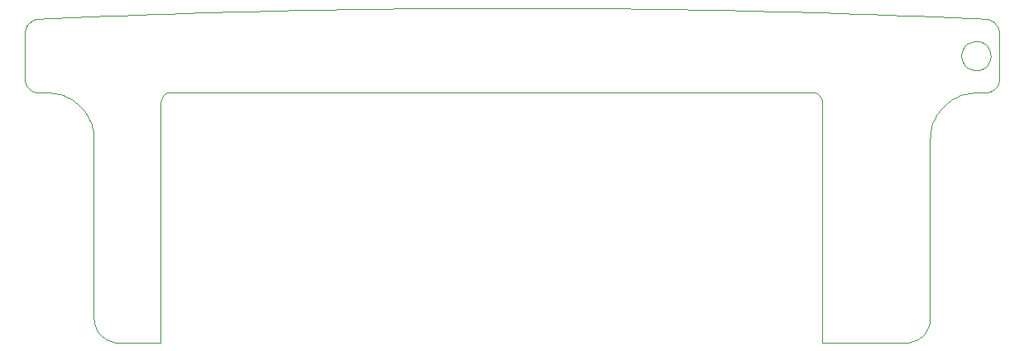
<source format=gm1>
G04*
G04 #@! TF.GenerationSoftware,Altium Limited,Altium Designer,21.6.4 (81)*
G04*
G04 Layer_Color=16711935*
%FSLAX25Y25*%
%MOIN*%
G70*
G04*
G04 #@! TF.SameCoordinates,FEAF3D2B-D975-464B-86DB-8C6995E3C2F8*
G04*
G04*
G04 #@! TF.FilePolarity,Positive*
G04*
G01*
G75*
%ADD50C,0.00050*%
D50*
X399608Y115757D02*
X399523Y116755D01*
X399270Y117724D01*
X398858Y118637D01*
X398297Y119467D01*
X397604Y120190D01*
X396798Y120785D01*
X395904Y121236D01*
X394946Y121530D01*
X393953Y121657D01*
X392952Y121614D01*
X391973Y121403D01*
X391043Y121030D01*
X390191Y120505D01*
X389439Y119843D01*
X388809Y119064D01*
X388321Y118189D01*
X387987Y117245D01*
X387818Y116258D01*
Y115256D01*
X387987Y114269D01*
X388321Y113324D01*
X388809Y112450D01*
X389439Y111670D01*
X390191Y111009D01*
X391043Y110484D01*
X391973Y110110D01*
X392952Y109899D01*
X393953Y109856D01*
X394946Y109984D01*
X395904Y110277D01*
X396798Y110728D01*
X397604Y111324D01*
X398297Y112047D01*
X398858Y112877D01*
X399270Y113789D01*
X399523Y114759D01*
X399608Y115757D01*
X393702Y100796D02*
X392700Y100769D01*
X391702Y100688D01*
X390709Y100552D01*
X389724Y100364D01*
X388752Y100122D01*
X387794Y99827D01*
X386853Y99482D01*
X385933Y99086D01*
X385035Y98641D01*
X384162Y98147D01*
X383318Y97608D01*
X382504Y97023D01*
X381723Y96395D01*
X380977Y95726D01*
X380268Y95017D01*
X379599Y94271D01*
X378971Y93490D01*
X378387Y92676D01*
X377847Y91832D01*
X377354Y90960D01*
X376908Y90062D01*
X376512Y89141D01*
X376167Y88200D01*
X375873Y87242D01*
X375631Y86270D01*
X375442Y85286D01*
X375307Y84293D01*
X375225Y83294D01*
X375198Y82292D01*
X365356Y1D02*
X366385Y55D01*
X367402Y216D01*
X368397Y483D01*
X369359Y852D01*
X370277Y1320D01*
X371141Y1881D01*
X371942Y2530D01*
X372670Y3258D01*
X373319Y4059D01*
X373880Y4923D01*
X374347Y5841D01*
X374716Y6802D01*
X374983Y7797D01*
X375144Y8815D01*
X375198Y9844D01*
X331694Y97049D02*
X331560Y98068D01*
X331167Y99017D01*
X330541Y99832D01*
X329726Y100458D01*
X328776Y100852D01*
X327757Y100986D01*
X69096D02*
X68077Y100852D01*
X67127Y100458D01*
X66312Y99832D01*
X65686Y99017D01*
X65293Y98068D01*
X65159Y97049D01*
X38190Y9844D02*
X38244Y8815D01*
X38405Y7797D01*
X38672Y6802D01*
X39041Y5841D01*
X39509Y4923D01*
X40070Y4059D01*
X40718Y3258D01*
X41447Y2530D01*
X42248Y1881D01*
X43112Y1320D01*
X44030Y852D01*
X44991Y483D01*
X45987Y216D01*
X47004Y55D01*
X48033Y1D01*
X38190Y82292D02*
X38163Y83294D01*
X38082Y84293D01*
X37947Y85286D01*
X37758Y86270D01*
X37516Y87243D01*
X37222Y88200D01*
X36876Y89141D01*
X36480Y90062D01*
X36035Y90960D01*
X35542Y91832D01*
X35002Y92676D01*
X34417Y93490D01*
X33789Y94271D01*
X33120Y95017D01*
X32412Y95726D01*
X31666Y96395D01*
X30885Y97023D01*
X30071Y97608D01*
X29226Y98147D01*
X28354Y98641D01*
X27456Y99086D01*
X26535Y99482D01*
X25595Y99827D01*
X24637Y100122D01*
X23664Y100364D01*
X22680Y100552D01*
X21687Y100688D01*
X20688Y100769D01*
X19686Y100796D01*
X10238Y106702D02*
X10327Y105676D01*
X10594Y104682D01*
X11029Y103749D01*
X11619Y102906D01*
X12347Y102178D01*
X13190Y101587D01*
X14123Y101152D01*
X15118Y100886D01*
X16143Y100796D01*
X15868Y130622D02*
X14877Y130491D01*
X13923Y130195D01*
X13033Y129743D01*
X12231Y129146D01*
X11541Y128424D01*
X10983Y127595D01*
X10573Y126685D01*
X10322Y125718D01*
X10238Y124723D01*
X403151D02*
X403066Y125718D01*
X402815Y126685D01*
X402405Y127595D01*
X401847Y128424D01*
X401158Y129146D01*
X400356Y129743D01*
X399465Y130195D01*
X398511Y130491D01*
X397521Y130622D01*
X397246Y100796D02*
X398271Y100886D01*
X399265Y101152D01*
X400198Y101587D01*
X401042Y102178D01*
X401769Y102906D01*
X402360Y103749D01*
X402795Y104682D01*
X403061Y105676D01*
X403151Y106702D01*
X393702Y100796D02*
X397246D01*
X375198Y9844D02*
Y82292D01*
X331694Y1D02*
X365356D01*
X331694D02*
Y97049D01*
X69096Y100986D02*
X327757D01*
X65159Y1D02*
Y97049D01*
X48033Y1D02*
X65159D01*
X38190Y9844D02*
Y82292D01*
X16143Y100796D02*
X19686D01*
X10238Y106702D02*
Y124723D01*
X15868Y130622D02*
X19642Y130796D01*
X23418Y130967D01*
X27197Y131135D01*
X30979Y131299D01*
X34763Y131459D01*
X38549Y131616D01*
X42338Y131770D01*
X46129Y131920D01*
X49922Y132067D01*
X53717Y132210D01*
X57515Y132349D01*
X61314Y132485D01*
X65116Y132618D01*
X68919Y132747D01*
X72724Y132872D01*
X76531Y132994D01*
X80340Y133113D01*
X84151Y133228D01*
X87963Y133339D01*
X91777Y133447D01*
X95593Y133551D01*
X99410Y133652D01*
X103228Y133749D01*
X107048Y133843D01*
X110870Y133934D01*
X114692Y134020D01*
X118516Y134104D01*
X122342Y134183D01*
X126168Y134259D01*
X129995Y134332D01*
X133824Y134401D01*
X137653Y134467D01*
X141483Y134529D01*
X145315Y134587D01*
X149147Y134642D01*
X152980Y134693D01*
X156814Y134741D01*
X160648Y134785D01*
X164483Y134826D01*
X168318Y134863D01*
X172154Y134897D01*
X175991Y134927D01*
X179828Y134954D01*
X183665Y134977D01*
X187503Y134996D01*
X191341Y135012D01*
X195179Y135025D01*
X199017Y135034D01*
X202856Y135039D01*
X206694Y135041D01*
X210533Y135039D01*
X214371Y135034D01*
X218210Y135025D01*
X222048Y135012D01*
X225886Y134996D01*
X229723Y134977D01*
X233561Y134954D01*
X237398Y134927D01*
X241234Y134897D01*
X245070Y134863D01*
X248906Y134826D01*
X252741Y134785D01*
X256575Y134741D01*
X260409Y134693D01*
X264242Y134642D01*
X268074Y134587D01*
X271905Y134529D01*
X275735Y134467D01*
X279565Y134401D01*
X283393Y134332D01*
X287221Y134259D01*
X291047Y134183D01*
X294872Y134104D01*
X298696Y134020D01*
X302519Y133934D01*
X306340Y133843D01*
X310160Y133749D01*
X313979Y133652D01*
X317796Y133551D01*
X321611Y133447D01*
X325425Y133339D01*
X329238Y133228D01*
X333048Y133113D01*
X336857Y132994D01*
X340664Y132872D01*
X344469Y132747D01*
X348273Y132618D01*
X352074Y132485D01*
X355874Y132349D01*
X359671Y132210D01*
X363467Y132067D01*
X367260Y131920D01*
X371051Y131770D01*
X374839Y131616D01*
X378626Y131459D01*
X382410Y131299D01*
X386191Y131135D01*
X389970Y130967D01*
X393747Y130796D01*
X397521Y130622D01*
X403151Y106702D02*
Y124723D01*
M02*

</source>
